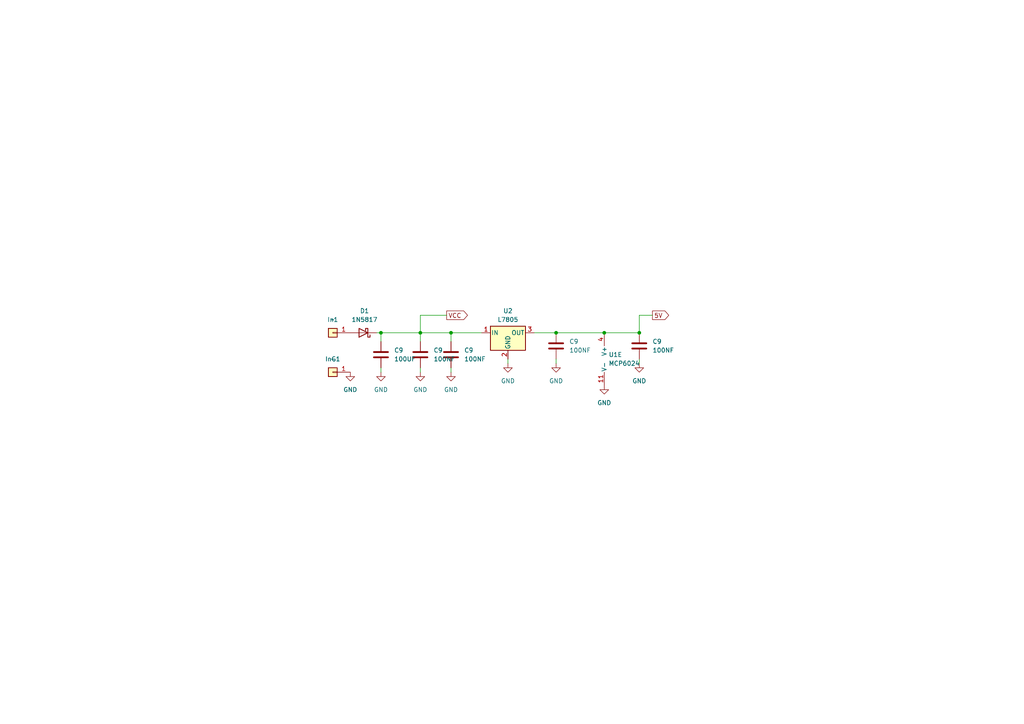
<source format=kicad_sch>
(kicad_sch (version 20230121) (generator eeschema)
  (paper "A4")
  (lib_symbols
    (symbol "Amplifier_Operational:TL074" (pin_names (offset 0.127))
      (property "Reference" "U" (at 0 5.08 0))
      (property "Value" "TL074" (at 0 -5.08 0))
      (symbol "TL074_1_1"
        (polyline (pts (xy -5.08 5.08) (xy 5.08 0) (xy -5.08 -5.08) (xy -5.08 5.08)) (stroke (width 0.254)) (fill (type background)))
        (pin output line (at 7.62 0 180) (length 2.54) (name "~") (number "1"))
        (pin input line (at -7.62 -2.54 0) (length 2.54) (name "-") (number "2"))
        (pin input line (at -7.62 2.54 0) (length 2.54) (name "+") (number "3"))
      )
      (symbol "TL074_2_1"
        (polyline (pts (xy -5.08 5.08) (xy 5.08 0) (xy -5.08 -5.08) (xy -5.08 5.08)) (stroke (width 0.254)) (fill (type background)))
        (pin input line (at -7.62 2.54 0) (length 2.54) (name "+") (number "5"))
        (pin input line (at -7.62 -2.54 0) (length 2.54) (name "-") (number "6"))
        (pin output line (at 7.62 0 180) (length 2.54) (name "~") (number "7"))
      )
      (symbol "TL074_3_1"
        (polyline (pts (xy -5.08 5.08) (xy 5.08 0) (xy -5.08 -5.08) (xy -5.08 5.08)) (stroke (width 0.254)) (fill (type background)))
        (pin input line (at -7.62 2.54 0) (length 2.54) (name "+") (number "10"))
        (pin output line (at 7.62 0 180) (length 2.54) (name "~") (number "8"))
        (pin input line (at -7.62 -2.54 0) (length 2.54) (name "-") (number "9"))
      )
      (symbol "TL074_4_1"
        (polyline (pts (xy -5.08 5.08) (xy 5.08 0) (xy -5.08 -5.08) (xy -5.08 5.08)) (stroke (width 0.254)) (fill (type background)))
        (pin input line (at -7.62 2.54 0) (length 2.54) (name "+") (number "12"))
        (pin input line (at -7.62 -2.54 0) (length 2.54) (name "-") (number "13"))
        (pin output line (at 7.62 0 180) (length 2.54) (name "~") (number "14"))
      )
      (symbol "TL074_5_1"
        (pin power_in line (at -2.54 -7.62 90) (length 3.81) (name "V-") (number "11"))
        (pin power_in line (at -2.54 7.62 270) (length 3.81) (name "V+") (number "4"))
      )
    )
    (symbol "Connector_Generic:Conn_01x01" (pin_names (offset 1.016) hide)
      (property "Reference" "J" (at 0 2.54 0))
      (property "Value" "Conn_01x01" (at 0 -2.54 0))
      (symbol "Conn_01x01_1_1"
        (rectangle (start -1.27 0.127) (end 0 -0.127) (stroke (width 0.1524)))
        (rectangle (start -1.27 1.27) (end 1.27 -1.27) (stroke (width 0.254)) (fill (type background)))
        (pin passive line (at -5.08 0 0) (length 3.81) (name "Pin_1") (number "1"))
      )
    )
    (symbol "Device:C" (pin_numbers hide) (pin_names (offset 0.254))
      (property "Reference" "C" (at 0.635 2.54 0))
      (property "Value" "C" (at 0.635 -2.54 0))
      (symbol "C_0_1"
        (polyline (pts (xy -2.032 -0.762) (xy 2.032 -0.762)) (stroke (width 0.508)))
        (polyline (pts (xy -2.032 0.762) (xy 2.032 0.762)) (stroke (width 0.508)))
      )
      (symbol "C_1_1"
        (pin passive line (at 0 3.81 270) (length 2.794) (name "~") (number "1"))
        (pin passive line (at 0 -3.81 90) (length 2.794) (name "~") (number "2"))
      )
    )
    (symbol "Diode:1N5817" (pin_numbers hide) (pin_names (offset 1.016) hide)
      (property "Reference" "D" (at 0 2.54 0))
      (property "Value" "1N5817" (at 0 -2.54 0))
      (symbol "1N5817_0_1"
        (polyline (pts (xy 1.27 0) (xy -1.27 0)))
        (polyline (pts (xy 1.27 1.27) (xy 1.27 -1.27) (xy -1.27 0) (xy 1.27 1.27)) (stroke (width 0.254)))
        (polyline (pts (xy -1.905 0.635) (xy -1.905 1.27) (xy -1.27 1.27) (xy -1.27 -1.27) (xy -0.635 -1.27) (xy -0.635 -0.635)) (stroke (width 0.254)))
      )
      (symbol "1N5817_1_1"
        (pin passive line (at -3.81 0 0) (length 2.54) (name "K") (number "1"))
        (pin passive line (at 3.81 0 180) (length 2.54) (name "A") (number "2"))
      )
    )
    (symbol "Regulator_Linear:L7805" (pin_names (offset 0.254))
      (property "Reference" "U" (at -3.81 3.175 0))
      (property "Value" "L7805" (at 0 3.175 0))
      (symbol "L7805_0_1"
        (rectangle (start -5.08 1.905) (end 5.08 -5.08) (stroke (width 0.254)) (fill (type background)))
      )
      (symbol "L7805_1_1"
        (pin power_in line (at -7.62 0 0) (length 2.54) (name "IN") (number "1"))
        (pin power_in line (at 0 -7.62 90) (length 2.54) (name "GND") (number "2"))
        (pin power_out line (at 7.62 0 180) (length 2.54) (name "OUT") (number "3"))
      )
    )
    (symbol "power:GND" (power) (pin_names (offset 0))
      (property "Value" "GND" (at 0 -3.81 0))
      (symbol "GND_0_1"
        (polyline (pts (xy 0 0) (xy 0 -1.27) (xy 1.27 -1.27) (xy 0 -2.54) (xy -1.27 -1.27) (xy 0 -1.27)))
      )
      (symbol "GND_1_1"
        (pin power_in line (at 0 0 270) (length 0) hide (name "GND") (number "1"))
      )
    )
  )
  (junction (at 130.81 96.52))
  (junction (at 175.26 96.52))
  (junction (at 121.92 96.52))
  (junction (at 185.42 96.52))
  (junction (at 161.29 96.52))
  (junction (at 110.49 96.52))
  (wire (pts (xy 121.92 96.52) (xy 130.81 96.52)))
  (wire (pts (xy 175.26 96.52) (xy 185.42 96.52)))
  (wire (pts (xy 130.81 96.52) (xy 130.81 99.06)))
  (wire (pts (xy 189.23 91.44) (xy 185.42 91.44)))
  (wire (pts (xy 130.81 106.68) (xy 130.81 107.95)))
  (wire (pts (xy 109.22 96.52) (xy 110.49 96.52)))
  (wire (pts (xy 121.92 96.52) (xy 121.92 99.06)))
  (wire (pts (xy 121.92 91.44) (xy 121.92 96.52)))
  (wire (pts (xy 185.42 91.44) (xy 185.42 96.52)))
  (wire (pts (xy 154.94 96.52) (xy 161.29 96.52)))
  (wire (pts (xy 110.49 106.68) (xy 110.49 107.95)))
  (wire (pts (xy 161.29 104.14) (xy 161.29 105.41)))
  (wire (pts (xy 121.92 91.44) (xy 129.54 91.44)))
  (wire (pts (xy 110.49 96.52) (xy 121.92 96.52)))
  (wire (pts (xy 185.42 104.14) (xy 185.42 105.41)))
  (wire (pts (xy 121.92 106.68) (xy 121.92 107.95)))
  (wire (pts (xy 130.81 96.52) (xy 139.7 96.52)))
  (wire (pts (xy 110.49 96.52) (xy 110.49 99.06)))
  (wire (pts (xy 147.32 104.14) (xy 147.32 105.41)))
  (wire (pts (xy 161.29 96.52) (xy 175.26 96.52)))
  (global_label "VCC" (shape output) (at 129.54 91.44 0) (property "Intersheetrefs" "${INTERSHEET_REFS}" (effects hide)))
  (global_label "5V" (shape output) (at 189.23 91.44 0) (property "Intersheetrefs" "${INTERSHEET_REFS}" (effects hide)))
  (symbol (lib_id "power:GND") (at 185.42 105.41 0) (unit 1)
    (property "Reference" "#PWR09" (effects hide))
    (property "Value" "GND" (at 185.42 110.49 0))
    (instances (project "DaisySeedPedal1590b" (path "" (reference "#PWR09") (unit 1))) (project "funbox_v3" (path "" (reference "#PWR019") (unit 1)) (path "" (reference "#PWR020") (unit 1))))
  )
  (symbol (lib_id "power:GND") (at 110.49 107.95 0) (unit 1)
    (property "Reference" "#PWR09" (effects hide))
    (property "Value" "GND" (at 110.49 113.03 0))
    (instances (project "DaisySeedPedal1590b" (path "" (reference "#PWR09") (unit 1))) (project "funbox_v3" (path "" (reference "#PWR014") (unit 1)) (path "" (reference "#PWR014") (unit 1))))
  )
  (symbol (lib_id "power:GND") (at 121.92 107.95 0) (unit 1)
    (property "Reference" "#PWR09" (effects hide))
    (property "Value" "GND" (at 121.92 113.03 0))
    (instances (project "DaisySeedPedal1590b" (path "" (reference "#PWR09") (unit 1))) (project "funbox_v3" (path "" (reference "#PWR015") (unit 1)) (path "" (reference "#PWR015") (unit 1))))
  )
  (symbol (lib_id "Device:C") (at 130.81 102.87 180) (unit 1)
    (property "Reference" "C9" (at 134.62 101.6 0) (effects (justify right)))
    (property "Value" "100NF" (at 134.62 104.14 0) (effects (justify right)))
    (property "Footprint" "Capacitor_THT:C_Rect_L7.0mm_W2.5mm_P5.00mm" (effects hide))
    (instances (project "DaisySeedPedal1590b" (path "" (reference "C9") (unit 1))) (project "funbox_v3" (path "" (reference "C8") (unit 1)) (path "" (reference "C8") (unit 1))))
  )
  (symbol (lib_id "power:GND") (at 175.26 111.76 0) (unit 1)
    (property "Reference" "#PWR09" (effects hide))
    (property "Value" "GND" (at 175.26 116.84 0))
    (instances (project "DaisySeedPedal1590b" (path "" (reference "#PWR09") (unit 1))) (project "funbox_v3" (path "" (reference "#PWR020") (unit 1)) (path "" (reference "#PWR019") (unit 1))))
  )
  (symbol (lib_id "Device:C") (at 110.49 102.87 180) (unit 1)
    (property "Reference" "C9" (at 114.3 101.6 0) (effects (justify right)))
    (property "Value" "100UF" (at 114.3 104.14 0) (effects (justify right)))
    (property "Footprint" "Capacitor_THT:CP_Radial_D8.0mm_P3.50mm" (effects hide))
    (instances (project "DaisySeedPedal1590b" (path "" (reference "C9") (unit 1))) (project "funbox_v3" (path "" (reference "C6") (unit 1)) (path "" (reference "C6") (unit 1))))
  )
  (symbol (lib_id "power:GND") (at 147.32 105.41 0) (unit 1)
    (property "Reference" "#PWR09" (effects hide))
    (property "Value" "GND" (at 147.32 110.49 0))
    (instances (project "DaisySeedPedal1590b" (path "" (reference "#PWR09") (unit 1))) (project "funbox_v3" (path "" (reference "#PWR017") (unit 1)) (path "" (reference "#PWR017") (unit 1))))
  )
  (symbol (lib_id "Connector_Generic:Conn_01x01") (at 96.52 107.95 180) (unit 1)
    (property "Reference" "InG1" (at 96.52 104.14 0))
    (property "Value" "~" (at 96.52 104.14 0))
    (property "Footprint" "TestPoint:TestPoint_THTPad_D2.0mm_Drill1.0mm" (effects hide))
    (instances (project "LPB1_Boost" (path "" (reference "InG1") (unit 1))) (project "funbox_v3" (path "" (reference "Gnd1") (unit 1)) (path "" (reference "InG3") (unit 1))))
  )
  (symbol (lib_id "power:GND") (at 101.6 107.95 0) (mirror y) (unit 1)
    (property "Reference" "#PWR034" (effects hide))
    (property "Value" "GND" (at 101.6 113.03 0))
    (instances (project "DaisySeedPedal1590b" (path "" (reference "#PWR034") (unit 1)) (path "" (reference "#PWR020") (unit 1))) (project "LPB1_Boost" (path "" (reference "#PWR05") (unit 1))) (project "Controls" (path "" (reference "#PWR034") (unit 1))) (project "funbox_v3" (path "" (reference "#PWR013") (unit 1)) (path "" (reference "#PWR013") (unit 1))))
  )
  (symbol (lib_id "Device:C") (at 185.42 100.33 180) (unit 1)
    (property "Reference" "C9" (at 189.23 99.06 0) (effects (justify right)))
    (property "Value" "100NF" (at 189.23 101.6 0) (effects (justify right)))
    (property "Footprint" "Capacitor_THT:C_Rect_L7.0mm_W2.5mm_P5.00mm" (effects hide))
    (instances (project "DaisySeedPedal1590b" (path "" (reference "C9") (unit 1))) (project "funbox_v3" (path "" (reference "C10") (unit 1)) (path "" (reference "C10") (unit 1))))
  )
  (symbol (lib_id "Connector_Generic:Conn_01x01") (at 96.52 96.52 180) (unit 1)
    (property "Reference" "In1" (at 96.52 92.71 0))
    (property "Value" "~" (at 96.52 92.71 0))
    (property "Footprint" "TestPoint:TestPoint_THTPad_D2.0mm_Drill1.0mm" (effects hide))
    (instances (project "LPB1_Boost" (path "" (reference "In1") (unit 1))) (project "funbox_v3" (path "" (reference "9v1") (unit 1)) (path "" (reference "In3") (unit 1))))
  )
  (symbol (lib_id "Amplifier_Operational:TL074") (at 177.8 104.14 0) (unit 5)
    (property "Reference" "U1" (at 176.53 102.87 0) (effects (justify left)))
    (property "Value" "MCP6024" (at 176.53 105.41 0) (effects (justify left)))
    (property "Footprint" "Package_DIP:DIP-14_W7.62mm" (effects hide))
    (property "Datasheet" "http://www.ti.com/lit/ds/symlink/tl071.pdf" (effects hide))
  )
  (symbol (lib_id "power:GND") (at 161.29 105.41 0) (unit 1)
    (property "Reference" "#PWR09" (effects hide))
    (property "Value" "GND" (at 161.29 110.49 0))
    (instances (project "DaisySeedPedal1590b" (path "" (reference "#PWR09") (unit 1))) (project "funbox_v3" (path "" (reference "#PWR018") (unit 1)) (path "" (reference "#PWR018") (unit 1))))
  )
  (symbol (lib_id "Diode:1N5817") (at 105.41 96.52 180) (unit 1)
    (property "Reference" "D1" (at 105.7275 90.17 0))
    (property "Value" "1N5817" (at 105.7275 92.71 0))
    (property "Footprint" "Diode_THT:D_DO-41_SOD81_P7.62mm_Horizontal" (effects hide))
    (property "Datasheet" "http://www.vishay.com/docs/88525/1n5817.pdf" (effects hide))
  )
  (symbol (lib_id "Device:C") (at 161.29 100.33 180) (unit 1)
    (property "Reference" "C9" (at 165.1 99.06 0) (effects (justify right)))
    (property "Value" "100NF" (at 165.1 101.6 0) (effects (justify right)))
    (property "Footprint" "Capacitor_THT:C_Rect_L7.0mm_W2.5mm_P5.00mm" (effects hide))
  )
  (symbol (lib_id "Device:C") (at 121.92 102.87 180) (unit 1)
    (property "Reference" "C9" (at 125.73 101.6 0) (effects (justify right)))
    (property "Value" "100NF" (at 125.73 104.14 0) (effects (justify right)))
    (property "Footprint" "Capacitor_THT:C_Rect_L7.0mm_W2.5mm_P5.00mm" (effects hide))
    (instances (project "DaisySeedPedal1590b" (path "" (reference "C9") (unit 1))) (project "funbox_v3" (path "" (reference "C7") (unit 1)) (path "" (reference "C7") (unit 1))))
  )
  (symbol (lib_id "power:GND") (at 130.81 107.95 0) (unit 1)
    (property "Reference" "#PWR09" (effects hide))
    (property "Value" "GND" (at 130.81 113.03 0))
    (instances (project "DaisySeedPedal1590b" (path "" (reference "#PWR09") (unit 1))) (project "funbox_v3" (path "" (reference "#PWR016") (unit 1)) (path "" (reference "#PWR016") (unit 1))))
  )
  (symbol (lib_id "Regulator_Linear:L7805") (at 147.32 96.52 0) (unit 1)
    (property "Reference" "U2" (at 147.32 90.17 0))
    (property "Value" "L7805" (at 147.32 92.71 0))
    (property "Footprint" "Package_TO_SOT_THT:TO-220-3_Vertical" (effects hide))
    (property "Datasheet" "http://www.st.com/content/ccc/resource/technical/document/datasheet/41/4f/b3/b0/12/d4/47/88/CD00000444.pdf/files/CD00000444.pdf/jcr:content/translations/en.CD00000444.pdf" (effects hide))
  )
)
</source>
